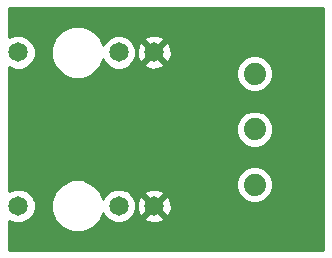
<source format=gbr>
G04 #@! TF.GenerationSoftware,KiCad,Pcbnew,(5.0.0)*
G04 #@! TF.CreationDate,2018-08-29T10:59:05+02:00*
G04 #@! TF.ProjectId,1u_mute,31755F6D7574652E6B696361645F7063,rev?*
G04 #@! TF.SameCoordinates,Original*
G04 #@! TF.FileFunction,Copper,L2,Bot,Signal*
G04 #@! TF.FilePolarity,Positive*
%FSLAX46Y46*%
G04 Gerber Fmt 4.6, Leading zero omitted, Abs format (unit mm)*
G04 Created by KiCad (PCBNEW (5.0.0)) date 08/29/18 10:59:05*
%MOMM*%
%LPD*%
G01*
G04 APERTURE LIST*
G04 #@! TA.AperFunction,ComponentPad*
%ADD10C,1.648460*%
G04 #@! TD*
G04 #@! TA.AperFunction,ComponentPad*
%ADD11C,1.879600*%
G04 #@! TD*
G04 #@! TA.AperFunction,Conductor*
%ADD12C,0.254000*%
G04 #@! TD*
G04 APERTURE END LIST*
D10*
G04 #@! TO.P,J_OUT_1,P$3_SLEEVE*
G04 #@! TO.N,GND*
X12999860Y-17500000D03*
G04 #@! TO.P,J_OUT_1,P$2_SWITCH*
G04 #@! TO.N,N/C*
X9997580Y-17500000D03*
G04 #@! TO.P,J_OUT_1,P$1_TIP*
G04 #@! TO.N,Net-(J_OUT_1-PadP$1_TIP)*
X1501280Y-17500000D03*
G04 #@! TD*
G04 #@! TO.P,J_IN_1,P$1_TIP*
G04 #@! TO.N,Net-(J_IN_1-PadP$1_TIP)*
X1501280Y-4500000D03*
G04 #@! TO.P,J_IN_1,P$2_SWITCH*
G04 #@! TO.N,N/C*
X9997580Y-4500000D03*
G04 #@! TO.P,J_IN_1,P$3_SLEEVE*
G04 #@! TO.N,GND*
X12999860Y-4500000D03*
G04 #@! TD*
D11*
G04 #@! TO.P,SW1,1*
G04 #@! TO.N,Net-(J_OUT_1-PadP$1_TIP)*
X21500000Y-15700000D03*
G04 #@! TO.P,SW1,2*
G04 #@! TO.N,Net-(J_IN_1-PadP$1_TIP)*
X21500000Y-11000000D03*
G04 #@! TO.P,SW1,3*
G04 #@! TO.N,Net-(J_OUT_1-PadP$1_TIP)*
X21500000Y-6300000D03*
G04 #@! TD*
D12*
G04 #@! TO.N,GND*
G36*
X27265000Y-21265000D02*
X735000Y-21265000D01*
X735000Y-18762055D01*
X1211021Y-18959230D01*
X1791539Y-18959230D01*
X2327867Y-18737075D01*
X2738355Y-18326587D01*
X2960510Y-17790259D01*
X2960510Y-17209741D01*
X2896593Y-17055431D01*
X4265000Y-17055431D01*
X4265000Y-17944569D01*
X4605259Y-18766026D01*
X5233974Y-19394741D01*
X6055431Y-19735000D01*
X6944569Y-19735000D01*
X7766026Y-19394741D01*
X8394741Y-18766026D01*
X8668634Y-18104791D01*
X8760505Y-18326587D01*
X9170993Y-18737075D01*
X9707321Y-18959230D01*
X10287839Y-18959230D01*
X10824167Y-18737075D01*
X11035947Y-18525295D01*
X12154170Y-18525295D01*
X12231279Y-18773926D01*
X12777295Y-18971077D01*
X13357194Y-18944270D01*
X13768441Y-18773926D01*
X13845550Y-18525295D01*
X12999860Y-17679605D01*
X12154170Y-18525295D01*
X11035947Y-18525295D01*
X11234655Y-18326587D01*
X11456810Y-17790259D01*
X11456810Y-17277435D01*
X11528783Y-17277435D01*
X11555590Y-17857334D01*
X11725934Y-18268581D01*
X11974565Y-18345690D01*
X12820255Y-17500000D01*
X13179465Y-17500000D01*
X14025155Y-18345690D01*
X14273786Y-18268581D01*
X14470937Y-17722565D01*
X14444130Y-17142666D01*
X14273786Y-16731419D01*
X14025155Y-16654310D01*
X13179465Y-17500000D01*
X12820255Y-17500000D01*
X11974565Y-16654310D01*
X11725934Y-16731419D01*
X11528783Y-17277435D01*
X11456810Y-17277435D01*
X11456810Y-17209741D01*
X11234655Y-16673413D01*
X11035947Y-16474705D01*
X12154170Y-16474705D01*
X12999860Y-17320395D01*
X13845550Y-16474705D01*
X13768441Y-16226074D01*
X13222425Y-16028923D01*
X12642526Y-16055730D01*
X12231279Y-16226074D01*
X12154170Y-16474705D01*
X11035947Y-16474705D01*
X10824167Y-16262925D01*
X10287839Y-16040770D01*
X9707321Y-16040770D01*
X9170993Y-16262925D01*
X8760505Y-16673413D01*
X8668634Y-16895209D01*
X8394741Y-16233974D01*
X7766026Y-15605259D01*
X7238507Y-15386753D01*
X19925200Y-15386753D01*
X19925200Y-16013247D01*
X20164949Y-16592052D01*
X20607948Y-17035051D01*
X21186753Y-17274800D01*
X21813247Y-17274800D01*
X22392052Y-17035051D01*
X22835051Y-16592052D01*
X23074800Y-16013247D01*
X23074800Y-15386753D01*
X22835051Y-14807948D01*
X22392052Y-14364949D01*
X21813247Y-14125200D01*
X21186753Y-14125200D01*
X20607948Y-14364949D01*
X20164949Y-14807948D01*
X19925200Y-15386753D01*
X7238507Y-15386753D01*
X6944569Y-15265000D01*
X6055431Y-15265000D01*
X5233974Y-15605259D01*
X4605259Y-16233974D01*
X4265000Y-17055431D01*
X2896593Y-17055431D01*
X2738355Y-16673413D01*
X2327867Y-16262925D01*
X1791539Y-16040770D01*
X1211021Y-16040770D01*
X735000Y-16237945D01*
X735000Y-10686753D01*
X19925200Y-10686753D01*
X19925200Y-11313247D01*
X20164949Y-11892052D01*
X20607948Y-12335051D01*
X21186753Y-12574800D01*
X21813247Y-12574800D01*
X22392052Y-12335051D01*
X22835051Y-11892052D01*
X23074800Y-11313247D01*
X23074800Y-10686753D01*
X22835051Y-10107948D01*
X22392052Y-9664949D01*
X21813247Y-9425200D01*
X21186753Y-9425200D01*
X20607948Y-9664949D01*
X20164949Y-10107948D01*
X19925200Y-10686753D01*
X735000Y-10686753D01*
X735000Y-5762055D01*
X1211021Y-5959230D01*
X1791539Y-5959230D01*
X2327867Y-5737075D01*
X2738355Y-5326587D01*
X2960510Y-4790259D01*
X2960510Y-4209741D01*
X2896593Y-4055431D01*
X4265000Y-4055431D01*
X4265000Y-4944569D01*
X4605259Y-5766026D01*
X5233974Y-6394741D01*
X6055431Y-6735000D01*
X6944569Y-6735000D01*
X7766026Y-6394741D01*
X8174014Y-5986753D01*
X19925200Y-5986753D01*
X19925200Y-6613247D01*
X20164949Y-7192052D01*
X20607948Y-7635051D01*
X21186753Y-7874800D01*
X21813247Y-7874800D01*
X22392052Y-7635051D01*
X22835051Y-7192052D01*
X23074800Y-6613247D01*
X23074800Y-5986753D01*
X22835051Y-5407948D01*
X22392052Y-4964949D01*
X21813247Y-4725200D01*
X21186753Y-4725200D01*
X20607948Y-4964949D01*
X20164949Y-5407948D01*
X19925200Y-5986753D01*
X8174014Y-5986753D01*
X8394741Y-5766026D01*
X8668634Y-5104791D01*
X8760505Y-5326587D01*
X9170993Y-5737075D01*
X9707321Y-5959230D01*
X10287839Y-5959230D01*
X10824167Y-5737075D01*
X11035947Y-5525295D01*
X12154170Y-5525295D01*
X12231279Y-5773926D01*
X12777295Y-5971077D01*
X13357194Y-5944270D01*
X13768441Y-5773926D01*
X13845550Y-5525295D01*
X12999860Y-4679605D01*
X12154170Y-5525295D01*
X11035947Y-5525295D01*
X11234655Y-5326587D01*
X11456810Y-4790259D01*
X11456810Y-4277435D01*
X11528783Y-4277435D01*
X11555590Y-4857334D01*
X11725934Y-5268581D01*
X11974565Y-5345690D01*
X12820255Y-4500000D01*
X13179465Y-4500000D01*
X14025155Y-5345690D01*
X14273786Y-5268581D01*
X14470937Y-4722565D01*
X14444130Y-4142666D01*
X14273786Y-3731419D01*
X14025155Y-3654310D01*
X13179465Y-4500000D01*
X12820255Y-4500000D01*
X11974565Y-3654310D01*
X11725934Y-3731419D01*
X11528783Y-4277435D01*
X11456810Y-4277435D01*
X11456810Y-4209741D01*
X11234655Y-3673413D01*
X11035947Y-3474705D01*
X12154170Y-3474705D01*
X12999860Y-4320395D01*
X13845550Y-3474705D01*
X13768441Y-3226074D01*
X13222425Y-3028923D01*
X12642526Y-3055730D01*
X12231279Y-3226074D01*
X12154170Y-3474705D01*
X11035947Y-3474705D01*
X10824167Y-3262925D01*
X10287839Y-3040770D01*
X9707321Y-3040770D01*
X9170993Y-3262925D01*
X8760505Y-3673413D01*
X8668634Y-3895209D01*
X8394741Y-3233974D01*
X7766026Y-2605259D01*
X6944569Y-2265000D01*
X6055431Y-2265000D01*
X5233974Y-2605259D01*
X4605259Y-3233974D01*
X4265000Y-4055431D01*
X2896593Y-4055431D01*
X2738355Y-3673413D01*
X2327867Y-3262925D01*
X1791539Y-3040770D01*
X1211021Y-3040770D01*
X735000Y-3237945D01*
X735000Y-735000D01*
X27265001Y-735000D01*
X27265000Y-21265000D01*
X27265000Y-21265000D01*
G37*
X27265000Y-21265000D02*
X735000Y-21265000D01*
X735000Y-18762055D01*
X1211021Y-18959230D01*
X1791539Y-18959230D01*
X2327867Y-18737075D01*
X2738355Y-18326587D01*
X2960510Y-17790259D01*
X2960510Y-17209741D01*
X2896593Y-17055431D01*
X4265000Y-17055431D01*
X4265000Y-17944569D01*
X4605259Y-18766026D01*
X5233974Y-19394741D01*
X6055431Y-19735000D01*
X6944569Y-19735000D01*
X7766026Y-19394741D01*
X8394741Y-18766026D01*
X8668634Y-18104791D01*
X8760505Y-18326587D01*
X9170993Y-18737075D01*
X9707321Y-18959230D01*
X10287839Y-18959230D01*
X10824167Y-18737075D01*
X11035947Y-18525295D01*
X12154170Y-18525295D01*
X12231279Y-18773926D01*
X12777295Y-18971077D01*
X13357194Y-18944270D01*
X13768441Y-18773926D01*
X13845550Y-18525295D01*
X12999860Y-17679605D01*
X12154170Y-18525295D01*
X11035947Y-18525295D01*
X11234655Y-18326587D01*
X11456810Y-17790259D01*
X11456810Y-17277435D01*
X11528783Y-17277435D01*
X11555590Y-17857334D01*
X11725934Y-18268581D01*
X11974565Y-18345690D01*
X12820255Y-17500000D01*
X13179465Y-17500000D01*
X14025155Y-18345690D01*
X14273786Y-18268581D01*
X14470937Y-17722565D01*
X14444130Y-17142666D01*
X14273786Y-16731419D01*
X14025155Y-16654310D01*
X13179465Y-17500000D01*
X12820255Y-17500000D01*
X11974565Y-16654310D01*
X11725934Y-16731419D01*
X11528783Y-17277435D01*
X11456810Y-17277435D01*
X11456810Y-17209741D01*
X11234655Y-16673413D01*
X11035947Y-16474705D01*
X12154170Y-16474705D01*
X12999860Y-17320395D01*
X13845550Y-16474705D01*
X13768441Y-16226074D01*
X13222425Y-16028923D01*
X12642526Y-16055730D01*
X12231279Y-16226074D01*
X12154170Y-16474705D01*
X11035947Y-16474705D01*
X10824167Y-16262925D01*
X10287839Y-16040770D01*
X9707321Y-16040770D01*
X9170993Y-16262925D01*
X8760505Y-16673413D01*
X8668634Y-16895209D01*
X8394741Y-16233974D01*
X7766026Y-15605259D01*
X7238507Y-15386753D01*
X19925200Y-15386753D01*
X19925200Y-16013247D01*
X20164949Y-16592052D01*
X20607948Y-17035051D01*
X21186753Y-17274800D01*
X21813247Y-17274800D01*
X22392052Y-17035051D01*
X22835051Y-16592052D01*
X23074800Y-16013247D01*
X23074800Y-15386753D01*
X22835051Y-14807948D01*
X22392052Y-14364949D01*
X21813247Y-14125200D01*
X21186753Y-14125200D01*
X20607948Y-14364949D01*
X20164949Y-14807948D01*
X19925200Y-15386753D01*
X7238507Y-15386753D01*
X6944569Y-15265000D01*
X6055431Y-15265000D01*
X5233974Y-15605259D01*
X4605259Y-16233974D01*
X4265000Y-17055431D01*
X2896593Y-17055431D01*
X2738355Y-16673413D01*
X2327867Y-16262925D01*
X1791539Y-16040770D01*
X1211021Y-16040770D01*
X735000Y-16237945D01*
X735000Y-10686753D01*
X19925200Y-10686753D01*
X19925200Y-11313247D01*
X20164949Y-11892052D01*
X20607948Y-12335051D01*
X21186753Y-12574800D01*
X21813247Y-12574800D01*
X22392052Y-12335051D01*
X22835051Y-11892052D01*
X23074800Y-11313247D01*
X23074800Y-10686753D01*
X22835051Y-10107948D01*
X22392052Y-9664949D01*
X21813247Y-9425200D01*
X21186753Y-9425200D01*
X20607948Y-9664949D01*
X20164949Y-10107948D01*
X19925200Y-10686753D01*
X735000Y-10686753D01*
X735000Y-5762055D01*
X1211021Y-5959230D01*
X1791539Y-5959230D01*
X2327867Y-5737075D01*
X2738355Y-5326587D01*
X2960510Y-4790259D01*
X2960510Y-4209741D01*
X2896593Y-4055431D01*
X4265000Y-4055431D01*
X4265000Y-4944569D01*
X4605259Y-5766026D01*
X5233974Y-6394741D01*
X6055431Y-6735000D01*
X6944569Y-6735000D01*
X7766026Y-6394741D01*
X8174014Y-5986753D01*
X19925200Y-5986753D01*
X19925200Y-6613247D01*
X20164949Y-7192052D01*
X20607948Y-7635051D01*
X21186753Y-7874800D01*
X21813247Y-7874800D01*
X22392052Y-7635051D01*
X22835051Y-7192052D01*
X23074800Y-6613247D01*
X23074800Y-5986753D01*
X22835051Y-5407948D01*
X22392052Y-4964949D01*
X21813247Y-4725200D01*
X21186753Y-4725200D01*
X20607948Y-4964949D01*
X20164949Y-5407948D01*
X19925200Y-5986753D01*
X8174014Y-5986753D01*
X8394741Y-5766026D01*
X8668634Y-5104791D01*
X8760505Y-5326587D01*
X9170993Y-5737075D01*
X9707321Y-5959230D01*
X10287839Y-5959230D01*
X10824167Y-5737075D01*
X11035947Y-5525295D01*
X12154170Y-5525295D01*
X12231279Y-5773926D01*
X12777295Y-5971077D01*
X13357194Y-5944270D01*
X13768441Y-5773926D01*
X13845550Y-5525295D01*
X12999860Y-4679605D01*
X12154170Y-5525295D01*
X11035947Y-5525295D01*
X11234655Y-5326587D01*
X11456810Y-4790259D01*
X11456810Y-4277435D01*
X11528783Y-4277435D01*
X11555590Y-4857334D01*
X11725934Y-5268581D01*
X11974565Y-5345690D01*
X12820255Y-4500000D01*
X13179465Y-4500000D01*
X14025155Y-5345690D01*
X14273786Y-5268581D01*
X14470937Y-4722565D01*
X14444130Y-4142666D01*
X14273786Y-3731419D01*
X14025155Y-3654310D01*
X13179465Y-4500000D01*
X12820255Y-4500000D01*
X11974565Y-3654310D01*
X11725934Y-3731419D01*
X11528783Y-4277435D01*
X11456810Y-4277435D01*
X11456810Y-4209741D01*
X11234655Y-3673413D01*
X11035947Y-3474705D01*
X12154170Y-3474705D01*
X12999860Y-4320395D01*
X13845550Y-3474705D01*
X13768441Y-3226074D01*
X13222425Y-3028923D01*
X12642526Y-3055730D01*
X12231279Y-3226074D01*
X12154170Y-3474705D01*
X11035947Y-3474705D01*
X10824167Y-3262925D01*
X10287839Y-3040770D01*
X9707321Y-3040770D01*
X9170993Y-3262925D01*
X8760505Y-3673413D01*
X8668634Y-3895209D01*
X8394741Y-3233974D01*
X7766026Y-2605259D01*
X6944569Y-2265000D01*
X6055431Y-2265000D01*
X5233974Y-2605259D01*
X4605259Y-3233974D01*
X4265000Y-4055431D01*
X2896593Y-4055431D01*
X2738355Y-3673413D01*
X2327867Y-3262925D01*
X1791539Y-3040770D01*
X1211021Y-3040770D01*
X735000Y-3237945D01*
X735000Y-735000D01*
X27265001Y-735000D01*
X27265000Y-21265000D01*
G04 #@! TD*
M02*

</source>
